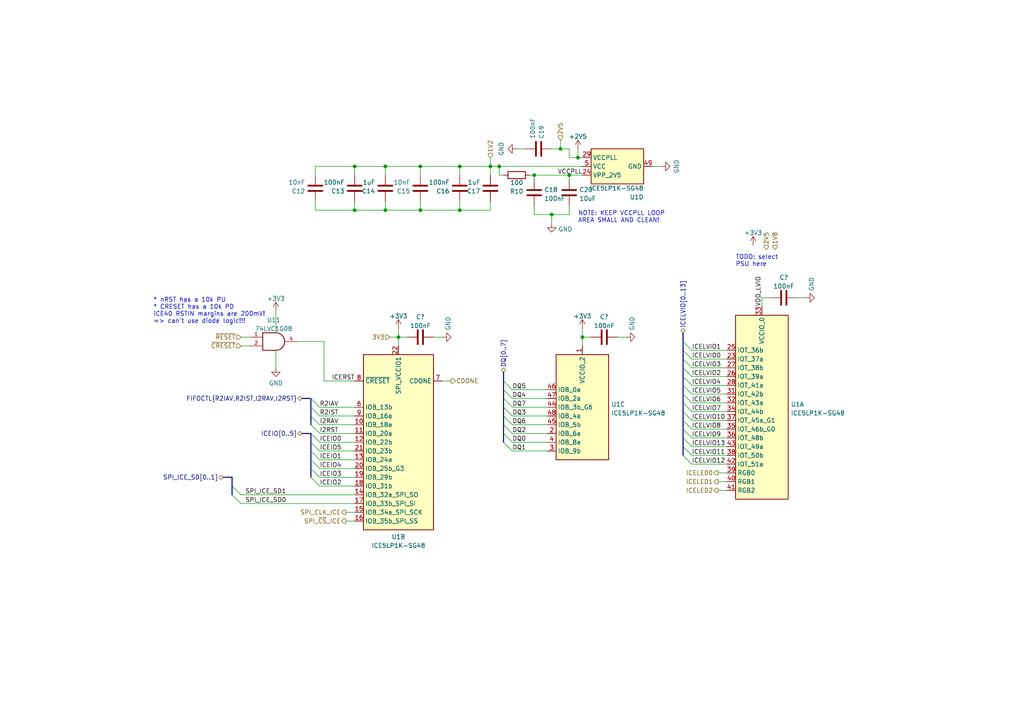
<source format=kicad_sch>
(kicad_sch (version 20211123) (generator eeschema)
  (paper "A4")
  (lib_symbols
    (symbol "74xGxx:74LVC1G08" (pin_names (offset 1.016))
      (property "Reference" "U" (at -2.54 3.81 0))
      (property "Value" "74LVC1G08" (at 0 -3.81 0))
      (symbol "74LVC1G08_0_1"
        (arc (start 0 -2.54) (mid 2.54 0) (end 0 2.54) (stroke (width 0.254)))
        (polyline (pts (xy 0 -2.54) (xy -3.81 -2.54) (xy -3.81 2.54) (xy 0 2.54)) (stroke (width 0.254)))
      )
      (symbol "74LVC1G08_1_1"
        (pin input line (at -7.62 1.27 0) (length 3.81) (name "~") (number "1"))
        (pin input line (at -7.62 -1.27 0) (length 3.81) (name "~") (number "2"))
        (pin power_in line (at 0 -2.54 270) (length 0) hide (name "GND") (number "3"))
        (pin output line (at 6.35 0 180) (length 3.81) (name "~") (number "4"))
        (pin power_in line (at 0 2.54 90) (length 0) hide (name "VCC") (number "5"))
      )
    )
    (symbol "Device:C" (pin_numbers hide) (pin_names (offset 0.254))
      (property "Reference" "C" (at 0.635 2.54 0))
      (property "Value" "C" (at 0.635 -2.54 0))
      (symbol "C_0_1"
        (polyline (pts (xy -2.032 -0.762) (xy 2.032 -0.762)) (stroke (width 0.508)))
        (polyline (pts (xy -2.032 0.762) (xy 2.032 0.762)) (stroke (width 0.508)))
      )
      (symbol "C_1_1"
        (pin passive line (at 0 3.81 270) (length 2.794) (name "~") (number "1"))
        (pin passive line (at 0 -3.81 90) (length 2.794) (name "~") (number "2"))
      )
    )
    (symbol "Device:R" (pin_numbers hide) (pin_names (offset 0))
      (property "Reference" "R" (at 2.032 0 90))
      (property "Value" "R" (at 0 0 90))
      (symbol "R_0_1"
        (rectangle (start -1.016 -2.54) (end 1.016 2.54) (stroke (width 0.254)))
      )
      (symbol "R_1_1"
        (pin passive line (at 0 3.81 270) (length 1.27) (name "~") (number "1"))
        (pin passive line (at 0 -3.81 90) (length 1.27) (name "~") (number "2"))
      )
    )
    (symbol "FPGA_Lattice:ICE5LP1K-SG48"
      (property "Reference" "U" (at -8.89 -29.21 0))
      (property "Value" "ICE5LP1K-SG48" (at 0 -31.75 0))
      (symbol "ICE5LP1K-SG48_1_1"
        (rectangle (start -7.62 25.4) (end 7.62 -27.94) (stroke (width 0.254)) (fill (type background)))
        (pin bidirectional line (at -10.16 12.7 0) (length 2.54) (name "IOT_37a") (number "23"))
        (pin bidirectional line (at -10.16 15.24 0) (length 2.54) (name "IOT_36b") (number "25"))
        (pin bidirectional line (at -10.16 7.62 0) (length 2.54) (name "IOT_39a") (number "26"))
        (pin bidirectional line (at -10.16 10.16 0) (length 2.54) (name "IOT_38b") (number "27"))
        (pin bidirectional line (at -10.16 5.08 0) (length 2.54) (name "IOT_41a") (number "28"))
        (pin bidirectional line (at -10.16 2.54 0) (length 2.54) (name "IOT_42b") (number "31"))
        (pin bidirectional line (at -10.16 0 0) (length 2.54) (name "IOT_43a") (number "32"))
        (pin power_in line (at 0 27.94 270) (length 2.54) (name "VCCIO_0") (number "33"))
        (pin bidirectional line (at -10.16 -2.54 0) (length 2.54) (name "IOT_44b") (number "34"))
        (pin bidirectional line (at -10.16 -7.62 0) (length 2.54) (name "IOT_46b_G0") (number "35"))
        (pin bidirectional line (at -10.16 -10.16 0) (length 2.54) (name "IOT_48b") (number "36"))
        (pin bidirectional line (at -10.16 -5.08 0) (length 2.54) (name "IOT_45a_G1") (number "37"))
        (pin bidirectional line (at -10.16 -15.24 0) (length 2.54) (name "IOT_50b") (number "38"))
        (pin open_collector line (at -10.16 -20.32 0) (length 2.54) (name "RGB0") (number "39"))
        (pin open_collector line (at -10.16 -22.86 0) (length 2.54) (name "RGB1") (number "40"))
        (pin open_collector line (at -10.16 -25.4 0) (length 2.54) (name "RGB2") (number "41"))
        (pin bidirectional line (at -10.16 -17.78 0) (length 2.54) (name "IOT_51a") (number "42"))
        (pin bidirectional line (at -10.16 -12.7 0) (length 2.54) (name "IOT_49a") (number "43"))
      )
      (symbol "ICE5LP1K-SG48_2_1"
        (rectangle (start -10.16 25.4) (end 10.16 -25.4) (stroke (width 0.254)) (fill (type background)))
        (pin bidirectional line (at -12.7 5.08 0) (length 2.54) (name "IOB_18a") (number "10"))
        (pin bidirectional line (at -12.7 2.54 0) (length 2.54) (name "IOB_20a") (number "11"))
        (pin bidirectional line (at -12.7 0 0) (length 2.54) (name "IOB_22b") (number "12"))
        (pin bidirectional line (at -12.7 -5.08 0) (length 2.54) (name "IOB_24a") (number "13"))
        (pin bidirectional line (at -12.7 -15.24 0) (length 2.54) (name "IOB_32a_SPI_SO") (number "14"))
        (pin bidirectional line (at -12.7 -20.32 0) (length 2.54) (name "IOB_34a_SPI_SCK") (number "15"))
        (pin bidirectional line (at -12.7 -22.86 0) (length 2.54) (name "IOB_35b_SPI_SS") (number "16"))
        (pin bidirectional line (at -12.7 -17.78 0) (length 2.54) (name "IOB_33b_SPI_SI") (number "17"))
        (pin bidirectional line (at -12.7 -12.7 0) (length 2.54) (name "IOB_31b") (number "18"))
        (pin bidirectional line (at -12.7 -10.16 0) (length 2.54) (name "IOB_29b") (number "19"))
        (pin bidirectional line (at -12.7 -7.62 0) (length 2.54) (name "IOB_25b_G3") (number "20"))
        (pin bidirectional line (at -12.7 -2.54 0) (length 2.54) (name "IOB_23b") (number "21"))
        (pin power_in line (at 0 27.94 270) (length 2.54) (name "SPI_VCCIO1") (number "22"))
        (pin bidirectional line (at -12.7 10.16 0) (length 2.54) (name "IOB_13b") (number "6"))
        (pin open_collector line (at 12.7 17.78 180) (length 2.54) (name "CDONE") (number "7"))
        (pin input line (at -12.7 17.78 0) (length 2.54) (name "~{CRESET}") (number "8"))
        (pin bidirectional line (at -12.7 7.62 0) (length 2.54) (name "IOB_16a") (number "9"))
      )
      (symbol "ICE5LP1K-SG48_3_1"
        (rectangle (start -7.62 15.24) (end 7.62 -15.24) (stroke (width 0.254)) (fill (type background)))
        (pin power_in line (at 0 17.78 270) (length 2.54) (name "VCCIO_2") (number "1"))
        (pin bidirectional line (at -10.16 -7.62 0) (length 2.54) (name "IOB_6a") (number "2"))
        (pin bidirectional line (at -10.16 -12.7 0) (length 2.54) (name "IOB_9b") (number "3"))
        (pin bidirectional line (at -10.16 -10.16 0) (length 2.54) (name "IOB_8a") (number "4"))
        (pin bidirectional line (at -10.16 0 0) (length 2.54) (name "IOB_3b_G6") (number "44"))
        (pin bidirectional line (at -10.16 -5.08 0) (length 2.54) (name "IOB_5b") (number "45"))
        (pin bidirectional line (at -10.16 5.08 0) (length 2.54) (name "IOB_0a") (number "46"))
        (pin bidirectional line (at -10.16 2.54 0) (length 2.54) (name "IOB_2a") (number "47"))
        (pin bidirectional line (at -10.16 -2.54 0) (length 2.54) (name "IOB_4a") (number "48"))
      )
      (symbol "ICE5LP1K-SG48_4_1"
        (rectangle (start -5.08 7.62) (end 5.08 -7.62) (stroke (width 0.254)) (fill (type background)))
        (pin power_in line (at -2.54 10.16 270) (length 2.54) (name "VPP_2V5") (number "24"))
        (pin power_out line (at 2.54 10.16 270) (length 2.54) (name "VCCPLL") (number "29"))
        (pin passive line (at 0 10.16 270) (length 2.54) hide (name "VCC") (number "30"))
        (pin power_in line (at 0 -10.16 90) (length 2.54) (name "GND") (number "49"))
        (pin power_in line (at 0 10.16 270) (length 2.54) (name "VCC") (number "5"))
      )
    )
    (symbol "power:+2V5" (power) (pin_names (offset 0))
      (property "Value" "+2V5" (at 0 3.556 0))
      (symbol "+2V5_0_1"
        (polyline (pts (xy -0.762 1.27) (xy 0 2.54)))
        (polyline (pts (xy 0 0) (xy 0 2.54)))
        (polyline (pts (xy 0 2.54) (xy 0.762 1.27)))
      )
      (symbol "+2V5_1_1"
        (pin power_in line (at 0 0 90) (length 0) hide (name "+2V5") (number "1"))
      )
    )
    (symbol "power:+3V3" (power) (pin_names (offset 0))
      (property "Value" "+3V3" (at 0 3.556 0))
      (symbol "+3V3_0_1"
        (polyline (pts (xy -0.762 1.27) (xy 0 2.54)))
        (polyline (pts (xy 0 0) (xy 0 2.54)))
        (polyline (pts (xy 0 2.54) (xy 0.762 1.27)))
      )
      (symbol "+3V3_1_1"
        (pin power_in line (at 0 0 90) (length 0) hide (name "+3V3") (number "1"))
      )
    )
    (symbol "power:GND" (power) (pin_names (offset 0))
      (property "Value" "GND" (at 0 -3.81 0))
      (symbol "GND_0_1"
        (polyline (pts (xy 0 0) (xy 0 -1.27) (xy 1.27 -1.27) (xy 0 -2.54) (xy -1.27 -1.27) (xy 0 -1.27)))
      )
      (symbol "GND_1_1"
        (pin power_in line (at 0 0 270) (length 0) hide (name "GND") (number "1"))
      )
    )
  )
  (junction (at 102.87 60.96))
  (junction (at 111.76 60.96))
  (junction (at 154.94 50.8))
  (junction (at 165.1 50.8))
  (junction (at 102.87 48.26))
  (junction (at 162.56 43.18))
  (junction (at 160.02 62.23))
  (junction (at 121.92 60.96))
  (junction (at 111.76 48.26))
  (junction (at 133.35 60.96))
  (junction (at 121.92 48.26))
  (junction (at 115.57 97.79))
  (junction (at 133.35 48.26))
  (junction (at 168.91 97.79))
  (junction (at 167.64 45.72))
  (junction (at 144.78 48.26))
  (junction (at 142.24 48.26))
  (bus_entry (at 200.66 101.6) (size -2.54 -2.54))
  (bus_entry (at 200.66 109.22) (size -2.54 -2.54))
  (bus_entry (at 92.71 123.19) (size -2.54 -2.54))
  (bus_entry (at 148.59 125.73) (size -2.54 -2.54))
  (bus_entry (at 92.71 130.81) (size -2.54 -2.54))
  (bus_entry (at 200.66 114.3) (size -2.54 -2.54))
  (bus_entry (at 92.71 118.11) (size -2.54 -2.54))
  (bus_entry (at 92.71 120.65) (size -2.54 -2.54))
  (bus_entry (at 92.71 135.89) (size -2.54 -2.54))
  (bus_entry (at 92.71 125.73) (size -2.54 -2.54))
  (bus_entry (at 200.66 104.14) (size -2.54 -2.54))
  (bus_entry (at 92.71 128.27) (size -2.54 -2.54))
  (bus_entry (at 148.59 113.03) (size -2.54 -2.54))
  (bus_entry (at 92.71 133.35) (size -2.54 -2.54))
  (bus_entry (at 200.66 111.76) (size -2.54 -2.54))
  (bus_entry (at 92.71 140.97) (size -2.54 -2.54))
  (bus_entry (at 67.31 140.97) (size 2.54 2.54))
  (bus_entry (at 67.31 143.51) (size 2.54 2.54))
  (bus_entry (at 92.71 138.43) (size -2.54 -2.54))
  (bus_entry (at 148.59 118.11) (size -2.54 -2.54))
  (bus_entry (at 148.59 130.81) (size -2.54 -2.54))
  (bus_entry (at 148.59 123.19) (size -2.54 -2.54))
  (bus_entry (at 148.59 115.57) (size -2.54 -2.54))
  (bus_entry (at 148.59 120.65) (size -2.54 -2.54))
  (bus_entry (at 200.66 106.68) (size -2.54 -2.54))
  (bus_entry (at 200.66 134.62) (size -2.54 -2.54))
  (bus_entry (at 200.66 116.84) (size -2.54 -2.54))
  (bus_entry (at 200.66 129.54) (size -2.54 -2.54))
  (bus_entry (at 200.66 132.08) (size -2.54 -2.54))
  (bus_entry (at 200.66 119.38) (size -2.54 -2.54))
  (bus_entry (at 200.66 121.92) (size -2.54 -2.54))
  (bus_entry (at 200.66 124.46) (size -2.54 -2.54))
  (bus_entry (at 200.66 127) (size -2.54 -2.54))
  (bus_entry (at 148.59 128.27) (size -2.54 -2.54))
  (wire (pts (xy 162.56 40.64) (xy 162.56 43.18)))
  (bus (pts (xy 198.12 129.54) (xy 198.12 127)))
  (wire (pts (xy 142.24 45.72) (xy 142.24 48.26)))
  (wire (pts (xy 210.82 121.92) (xy 200.66 121.92)))
  (wire (pts (xy 231.14 86.36) (xy 233.68 86.36)))
  (bus (pts (xy 87.63 125.73) (xy 90.17 125.73)))
  (wire (pts (xy 220.98 86.36) (xy 220.98 88.9)))
  (wire (pts (xy 179.07 97.79) (xy 181.61 97.79)))
  (wire (pts (xy 80.01 90.17) (xy 80.01 96.52)))
  (wire (pts (xy 102.87 128.27) (xy 92.71 128.27)))
  (wire (pts (xy 115.57 97.79) (xy 118.11 97.79)))
  (wire (pts (xy 168.91 97.79) (xy 168.91 100.33)))
  (wire (pts (xy 115.57 97.79) (xy 115.57 100.33)))
  (bus (pts (xy 198.12 109.22) (xy 198.12 106.68)))
  (wire (pts (xy 69.85 100.33) (xy 72.39 100.33)))
  (wire (pts (xy 168.91 48.26) (xy 144.78 48.26)))
  (wire (pts (xy 102.87 140.97) (xy 92.71 140.97)))
  (wire (pts (xy 158.75 115.57) (xy 148.59 115.57)))
  (wire (pts (xy 162.56 43.18) (xy 165.1 43.18)))
  (wire (pts (xy 146.05 50.8) (xy 144.78 50.8)))
  (wire (pts (xy 210.82 104.14) (xy 200.66 104.14)))
  (wire (pts (xy 158.75 125.73) (xy 148.59 125.73)))
  (wire (pts (xy 158.75 118.11) (xy 148.59 118.11)))
  (bus (pts (xy 90.17 118.11) (xy 90.17 120.65)))
  (bus (pts (xy 64.77 138.43) (xy 67.31 138.43)))
  (wire (pts (xy 102.87 135.89) (xy 92.71 135.89)))
  (bus (pts (xy 90.17 128.27) (xy 90.17 125.73)))
  (wire (pts (xy 210.82 124.46) (xy 200.66 124.46)))
  (wire (pts (xy 133.35 60.96) (xy 121.92 60.96)))
  (wire (pts (xy 158.75 113.03) (xy 148.59 113.03)))
  (wire (pts (xy 91.44 50.8) (xy 91.44 48.26)))
  (wire (pts (xy 102.87 60.96) (xy 102.87 58.42)))
  (wire (pts (xy 102.87 48.26) (xy 91.44 48.26)))
  (wire (pts (xy 142.24 50.8) (xy 142.24 48.26)))
  (bus (pts (xy 146.05 107.95) (xy 146.05 110.49)))
  (wire (pts (xy 111.76 50.8) (xy 111.76 48.26)))
  (wire (pts (xy 210.82 127) (xy 200.66 127)))
  (wire (pts (xy 128.27 110.49) (xy 130.81 110.49)))
  (bus (pts (xy 90.17 130.81) (xy 90.17 128.27)))
  (wire (pts (xy 158.75 130.81) (xy 148.59 130.81)))
  (wire (pts (xy 167.64 43.18) (xy 167.64 45.72)))
  (wire (pts (xy 102.87 60.96) (xy 91.44 60.96)))
  (bus (pts (xy 198.12 124.46) (xy 198.12 121.92)))
  (wire (pts (xy 208.28 139.7) (xy 210.82 139.7)))
  (bus (pts (xy 146.05 115.57) (xy 146.05 113.03)))
  (wire (pts (xy 111.76 60.96) (xy 102.87 60.96)))
  (bus (pts (xy 67.31 138.43) (xy 67.31 140.97)))
  (wire (pts (xy 121.92 60.96) (xy 111.76 60.96)))
  (bus (pts (xy 146.05 128.27) (xy 146.05 125.73)))
  (wire (pts (xy 102.87 125.73) (xy 92.71 125.73)))
  (wire (pts (xy 208.28 137.16) (xy 210.82 137.16)))
  (bus (pts (xy 198.12 116.84) (xy 198.12 114.3)))
  (bus (pts (xy 67.31 143.51) (xy 67.31 140.97)))
  (wire (pts (xy 93.98 99.06) (xy 93.98 110.49)))
  (wire (pts (xy 168.91 95.25) (xy 168.91 97.79)))
  (wire (pts (xy 100.33 151.13) (xy 102.87 151.13)))
  (bus (pts (xy 87.63 115.57) (xy 90.17 115.57)))
  (wire (pts (xy 152.4 43.18) (xy 149.86 43.18)))
  (wire (pts (xy 189.23 48.26) (xy 191.77 48.26)))
  (bus (pts (xy 90.17 130.81) (xy 90.17 133.35)))
  (wire (pts (xy 142.24 60.96) (xy 133.35 60.96)))
  (wire (pts (xy 102.87 118.11) (xy 92.71 118.11)))
  (bus (pts (xy 198.12 127) (xy 198.12 124.46)))
  (wire (pts (xy 121.92 48.26) (xy 133.35 48.26)))
  (wire (pts (xy 133.35 50.8) (xy 133.35 48.26)))
  (wire (pts (xy 133.35 48.26) (xy 142.24 48.26)))
  (bus (pts (xy 90.17 138.43) (xy 90.17 135.89)))
  (wire (pts (xy 210.82 132.08) (xy 200.66 132.08)))
  (wire (pts (xy 158.75 123.19) (xy 148.59 123.19)))
  (wire (pts (xy 165.1 62.23) (xy 160.02 62.23)))
  (wire (pts (xy 86.36 99.06) (xy 93.98 99.06)))
  (wire (pts (xy 154.94 52.07) (xy 154.94 50.8)))
  (bus (pts (xy 198.12 119.38) (xy 198.12 116.84)))
  (bus (pts (xy 198.12 104.14) (xy 198.12 101.6)))
  (wire (pts (xy 210.82 134.62) (xy 200.66 134.62)))
  (bus (pts (xy 146.05 120.65) (xy 146.05 118.11)))
  (wire (pts (xy 165.1 52.07) (xy 165.1 50.8)))
  (wire (pts (xy 121.92 48.26) (xy 111.76 48.26)))
  (bus (pts (xy 90.17 118.11) (xy 90.17 115.57)))
  (bus (pts (xy 90.17 123.19) (xy 90.17 120.65)))
  (bus (pts (xy 198.12 121.92) (xy 198.12 119.38)))
  (wire (pts (xy 69.85 146.05) (xy 102.87 146.05)))
  (wire (pts (xy 210.82 109.22) (xy 200.66 109.22)))
  (wire (pts (xy 121.92 60.96) (xy 121.92 58.42)))
  (wire (pts (xy 133.35 60.96) (xy 133.35 58.42)))
  (wire (pts (xy 210.82 129.54) (xy 200.66 129.54)))
  (wire (pts (xy 113.03 97.79) (xy 115.57 97.79)))
  (wire (pts (xy 111.76 48.26) (xy 102.87 48.26)))
  (wire (pts (xy 210.82 111.76) (xy 200.66 111.76)))
  (wire (pts (xy 142.24 58.42) (xy 142.24 60.96)))
  (wire (pts (xy 210.82 116.84) (xy 200.66 116.84)))
  (wire (pts (xy 102.87 120.65) (xy 92.71 120.65)))
  (bus (pts (xy 146.05 125.73) (xy 146.05 123.19)))
  (wire (pts (xy 165.1 59.69) (xy 165.1 62.23)))
  (wire (pts (xy 208.28 142.24) (xy 210.82 142.24)))
  (wire (pts (xy 100.33 148.59) (xy 102.87 148.59)))
  (wire (pts (xy 102.87 138.43) (xy 92.71 138.43)))
  (wire (pts (xy 93.98 110.49) (xy 102.87 110.49)))
  (wire (pts (xy 165.1 43.18) (xy 165.1 45.72)))
  (wire (pts (xy 102.87 123.19) (xy 92.71 123.19)))
  (wire (pts (xy 80.01 101.6) (xy 80.01 106.68)))
  (wire (pts (xy 125.73 97.79) (xy 128.27 97.79)))
  (wire (pts (xy 210.82 106.68) (xy 200.66 106.68)))
  (bus (pts (xy 146.05 118.11) (xy 146.05 115.57)))
  (wire (pts (xy 121.92 50.8) (xy 121.92 48.26)))
  (wire (pts (xy 168.91 50.8) (xy 165.1 50.8)))
  (wire (pts (xy 154.94 62.23) (xy 154.94 59.69)))
  (wire (pts (xy 168.91 45.72) (xy 167.64 45.72)))
  (wire (pts (xy 220.98 86.36) (xy 223.52 86.36)))
  (wire (pts (xy 210.82 114.3) (xy 200.66 114.3)))
  (wire (pts (xy 69.85 97.79) (xy 72.39 97.79)))
  (wire (pts (xy 165.1 50.8) (xy 154.94 50.8)))
  (wire (pts (xy 160.02 62.23) (xy 160.02 64.77)))
  (wire (pts (xy 168.91 97.79) (xy 171.45 97.79)))
  (wire (pts (xy 102.87 133.35) (xy 92.71 133.35)))
  (wire (pts (xy 158.75 120.65) (xy 148.59 120.65)))
  (bus (pts (xy 198.12 132.08) (xy 198.12 129.54)))
  (bus (pts (xy 198.12 111.76) (xy 198.12 109.22)))
  (wire (pts (xy 102.87 130.81) (xy 92.71 130.81)))
  (wire (pts (xy 210.82 101.6) (xy 200.66 101.6)))
  (bus (pts (xy 146.05 123.19) (xy 146.05 120.65)))
  (wire (pts (xy 154.94 50.8) (xy 153.67 50.8)))
  (bus (pts (xy 198.12 114.3) (xy 198.12 111.76)))
  (wire (pts (xy 210.82 119.38) (xy 200.66 119.38)))
  (bus (pts (xy 146.05 113.03) (xy 146.05 110.49)))
  (bus (pts (xy 198.12 101.6) (xy 198.12 99.06)))
  (bus (pts (xy 198.12 96.52) (xy 198.12 99.06)))
  (wire (pts (xy 69.85 143.51) (xy 102.87 143.51)))
  (wire (pts (xy 160.02 43.18) (xy 162.56 43.18)))
  (wire (pts (xy 158.75 128.27) (xy 148.59 128.27)))
  (bus (pts (xy 198.12 106.68) (xy 198.12 104.14)))
  (wire (pts (xy 167.64 45.72) (xy 165.1 45.72)))
  (wire (pts (xy 142.24 48.26) (xy 144.78 48.26)))
  (wire (pts (xy 115.57 97.79) (xy 115.57 95.25)))
  (wire (pts (xy 91.44 60.96) (xy 91.44 58.42)))
  (wire (pts (xy 144.78 50.8) (xy 144.78 48.26)))
  (wire (pts (xy 111.76 60.96) (xy 111.76 58.42)))
  (bus (pts (xy 90.17 133.35) (xy 90.17 135.89)))
  (wire (pts (xy 102.87 50.8) (xy 102.87 48.26)))
  (wire (pts (xy 160.02 62.23) (xy 154.94 62.23)))
  (text "* nRST has a 10k PU\n* CRESET has a 10k PD\niCE40 RSTIN margins are 200mV!\n=> can't use diode logic!!!" (at 44.45 93.98 0) (effects (font (size 1.27 1.27)) (justify left bottom)))
  (text "TODO: select\nPSU here" (at 213.36 77.47 0) (effects (font (size 1.27 1.27)) (justify left bottom)))
  (text "NOTE: KEEP VCCPLL LOOP\nAREA SMALL AND CLEAN!" (at 167.64 64.77 0) (effects (font (size 1.27 1.27)) (justify left bottom)))
  (label "ICEIO0" (at 92.71 128.27 0))
  (label "R2IST" (at 92.71 120.65 0))
  (label "DQ5" (at 148.59 113.03 0))
  (label "ICERST" (at 102.87 110.49 180))
  (label "DQ6" (at 148.59 123.19 0))
  (label "DQ2" (at 148.59 125.73 0))
  (label "ICELVIO6" (at 200.66 116.84 0))
  (label "VDD_LVIO" (at 220.98 88.9 90))
  (label "ICEIO5" (at 92.71 130.81 0))
  (label "I2RST" (at 92.71 125.73 0))
  (label "SPI_ICE_SD0" (at 71.12 146.05 0))
  (label "DQ0" (at 148.59 128.27 0))
  (label "ICELVIO4" (at 200.66 111.76 0))
  (label "ICELVIO11" (at 200.66 132.08 0))
  (label "I2RAV" (at 92.71 123.19 0))
  (label "DQ1" (at 148.59 130.81 0))
  (label "ICELVIO1" (at 200.66 101.6 0))
  (label "ICELVIO5" (at 200.66 114.3 0))
  (label "ICELVIO13" (at 200.66 129.54 0))
  (label "ICELVIO3" (at 200.66 106.68 0))
  (label "ICELVIO10" (at 200.66 121.92 0))
  (label "ICELVIO7" (at 200.66 119.38 0))
  (label "SPI_ICE_SD1" (at 71.12 143.51 0))
  (label "DQ4" (at 148.59 115.57 0))
  (label "VCCPLL" (at 168.91 50.8 180))
  (label "ICEIO2" (at 92.71 140.97 0))
  (label "ICEIO4" (at 92.71 135.89 0))
  (label "DQ3" (at 148.59 120.65 0))
  (label "DQ7" (at 148.59 118.11 0))
  (label "ICELVIO12" (at 200.66 134.62 0))
  (label "ICELVIO0" (at 200.66 104.14 0))
  (label "R2IAV" (at 92.71 118.11 0))
  (label "ICELVIO9" (at 200.66 127 0))
  (label "ICELVIO8" (at 200.66 124.46 0))
  (label "ICEIO1" (at 92.71 133.35 0))
  (label "ICELVIO2" (at 200.66 109.22 0))
  (label "ICEIO3" (at 92.71 138.43 0))
  (hierarchical_label "1V2" (shape input) (at 142.24 45.72 90))
  (hierarchical_label "ICEIO[0..5]" (shape bidirectional) (at 87.63 125.73 180))
  (hierarchical_label "CDONE" (shape output) (at 130.81 110.49 0))
  (hierarchical_label "DQ[0..7]" (shape bidirectional) (at 146.05 107.95 90))
  (hierarchical_label "ICELED2" (shape output) (at 208.28 142.24 180))
  (hierarchical_label "ICELED0" (shape output) (at 208.28 137.16 180))
  (hierarchical_label "~{CRESET}" (shape input) (at 69.85 100.33 180))
  (hierarchical_label "~{RESET}" (shape input) (at 69.85 97.79 180))
  (hierarchical_label "ICELVIO[0..13]" (shape bidirectional) (at 198.12 96.52 90))
  (hierarchical_label "1V8" (shape input) (at 224.79 72.39 90))
  (hierarchical_label "2V5" (shape input) (at 162.56 40.64 90))
  (hierarchical_label "SPI_CLK_ICE" (shape output) (at 100.33 148.59 180))
  (hierarchical_label "ICELED1" (shape output) (at 208.28 139.7 180))
  (hierarchical_label "2V5" (shape input) (at 222.25 72.39 90))
  (hierarchical_label "FIFOCTL{R2IAV,R2IST,I2RAV,I2RST}" (shape bidirectional) (at 87.63 115.57 180))
  (hierarchical_label "SPI_ICE_SD[0..1]" (shape bidirectional) (at 64.77 138.43 180))
  (hierarchical_label "SPI_~{CS}_ICE" (shape output) (at 100.33 151.13 180))
  (hierarchical_label "3V3" (shape input) (at 113.03 97.79 180))
  (symbol (lib_id "74xGxx:74LVC1G08") (at 80.01 99.06 0) (unit 1)
    (property "Reference" "U11" (at 79.375 92.8202 0))
    (property "Value" "74LVC1G08" (at 79.375 95.3571 0))
    (property "Footprint" "Package_TO_SOT_SMD:SOT-353_SC-70-5" (effects hide))
    (property "Datasheet" "http://www.ti.com/lit/sg/scyt129e/scyt129e.pdf" (effects hide))
  )
  (symbol (lib_id "power:GND") (at 191.77 48.26 90) (unit 1)
    (property "Reference" "#PWR037" (effects hide))
    (property "Value" "GND" (at 196.2134 48.26 0))
  )
  (symbol (lib_id "Device:C") (at 121.92 97.79 90) (unit 1)
    (property "Reference" "C?" (at 121.92 91.9312 90))
    (property "Value" "100nF" (at 121.92 94.4681 90))
  )
  (symbol (lib_id "Device:C") (at 156.21 43.18 270) (mirror x) (unit 1)
    (property "Reference" "C19" (at 157.0447 40.259 0) (effects (justify left)))
    (property "Value" "100nF" (at 154.5078 40.259 0) (effects (justify left)))
  )
  (symbol (lib_id "FPGA_Lattice:ICE5LP1K-SG48") (at 115.57 128.27 0) (unit 2)
    (property "Reference" "U1" (at 115.57 155.7004 0))
    (property "Value" "ICE5LP1K-SG48" (at 115.57 158.2373 0))
    (property "Footprint" "Package_DFN_QFN:QFN-48-1EP_7x7mm_P0.5mm_EP5.6x5.6mm" (effects hide))
    (property "Datasheet" "http://www.latticesemi.com/Products/FPGAandCPLD/iCE40Ultra" (effects hide))
  )
  (symbol (lib_id "Device:C") (at 175.26 97.79 90) (unit 1)
    (property "Reference" "C?" (at 175.26 91.9312 90))
    (property "Value" "100nF" (at 175.26 94.4681 90))
  )
  (symbol (lib_id "power:+3V3") (at 115.57 95.25 0) (unit 1)
    (property "Reference" "#PWR032" (effects hide))
    (property "Value" "+3V3" (at 115.57 91.6742 0))
  )
  (symbol (lib_id "Device:C") (at 91.44 54.61 180) (unit 1)
    (property "Reference" "C12" (at 88.519 55.4447 0) (effects (justify left)))
    (property "Value" "10nF" (at 88.519 52.9078 0) (effects (justify left)))
  )
  (symbol (lib_id "FPGA_Lattice:ICE5LP1K-SG48") (at 179.07 48.26 90) (unit 4)
    (property "Reference" "U1" (at 186.69 57.1469 90) (effects (justify left)))
    (property "Value" "ICE5LP1K-SG48" (at 186.69 54.61 90) (effects (justify left)))
    (property "Footprint" "Package_DFN_QFN:QFN-48-1EP_7x7mm_P0.5mm_EP5.6x5.6mm" (effects hide))
    (property "Datasheet" "http://www.latticesemi.com/Products/FPGAandCPLD/iCE40Ultra" (effects hide))
  )
  (symbol (lib_id "power:+3V3") (at 80.01 90.17 0) (unit 1)
    (property "Reference" "#PWR030" (effects hide))
    (property "Value" "+3V3" (at 80.01 86.5942 0))
  )
  (symbol (lib_id "Device:C") (at 102.87 54.61 180) (unit 1)
    (property "Reference" "C13" (at 99.949 55.4447 0) (effects (justify left)))
    (property "Value" "100nF" (at 99.949 52.9078 0) (effects (justify left)))
  )
  (symbol (lib_id "Device:C") (at 154.94 55.88 0) (unit 1)
    (property "Reference" "C18" (at 157.861 55.0453 0) (effects (justify left)))
    (property "Value" "100nF" (at 157.861 57.5822 0) (effects (justify left)))
  )
  (symbol (lib_id "power:GND") (at 160.02 64.77 0) (mirror y) (unit 1)
    (property "Reference" "#PWR034" (effects hide))
    (property "Value" "GND" (at 161.925 66.4738 0) (effects (justify right)))
  )
  (symbol (lib_id "Device:C") (at 142.24 54.61 180) (unit 1)
    (property "Reference" "C17" (at 139.319 55.4447 0) (effects (justify left)))
    (property "Value" "1uF" (at 139.319 52.9078 0) (effects (justify left)))
  )
  (symbol (lib_id "FPGA_Lattice:ICE5LP1K-SG48") (at 220.98 116.84 0) (unit 1)
    (property "Reference" "U1" (at 229.362 117.2753 0) (effects (justify left)))
    (property "Value" "ICE5LP1K-SG48" (at 229.362 119.8122 0) (effects (justify left)))
    (property "Footprint" "Package_DFN_QFN:QFN-48-1EP_7x7mm_P0.5mm_EP5.6x5.6mm" (effects hide))
    (property "Datasheet" "http://www.latticesemi.com/Products/FPGAandCPLD/iCE40Ultra" (effects hide))
  )
  (symbol (lib_id "power:GND") (at 149.86 43.18 270) (mirror x) (unit 1)
    (property "Reference" "#PWR033" (effects hide))
    (property "Value" "GND" (at 145.4166 43.18 0))
  )
  (symbol (lib_id "power:GND") (at 233.68 86.36 90) (mirror x) (unit 1)
    (property "Reference" "#PWR?" (effects hide))
    (property "Value" "GND" (at 235.3838 84.455 0) (effects (justify right)))
  )
  (symbol (lib_id "Device:C") (at 133.35 54.61 180) (unit 1)
    (property "Reference" "C16" (at 130.429 55.4447 0) (effects (justify left)))
    (property "Value" "100nF" (at 130.429 52.9078 0) (effects (justify left)))
  )
  (symbol (lib_id "power:GND") (at 80.01 106.68 0) (unit 1)
    (property "Reference" "#PWR031" (effects hide))
    (property "Value" "GND" (at 80.01 111.1234 0))
  )
  (symbol (lib_id "Device:R") (at 149.86 50.8 270) (unit 1)
    (property "Reference" "R10" (at 149.86 55.5158 90))
    (property "Value" "100" (at 149.86 52.9789 90))
  )
  (symbol (lib_id "power:GND") (at 128.27 97.79 90) (mirror x) (unit 1)
    (property "Reference" "#PWR?" (effects hide))
    (property "Value" "GND" (at 129.9738 95.885 0) (effects (justify right)))
  )
  (symbol (lib_id "power:GND") (at 181.61 97.79 90) (mirror x) (unit 1)
    (property "Reference" "#PWR?" (effects hide))
    (property "Value" "GND" (at 183.3138 95.885 0) (effects (justify right)))
  )
  (symbol (lib_id "Device:C") (at 121.92 54.61 180) (unit 1)
    (property "Reference" "C15" (at 118.999 55.4447 0) (effects (justify left)))
    (property "Value" "10nF" (at 118.999 52.9078 0) (effects (justify left)))
  )
  (symbol (lib_id "power:+2V5") (at 167.64 43.18 0) (mirror y) (unit 1)
    (property "Reference" "#PWR035" (effects hide))
    (property "Value" "+2V5" (at 167.64 39.6042 0))
  )
  (symbol (lib_id "power:+3V3") (at 218.44 71.12 0) (unit 1)
    (property "Reference" "#PWR038" (effects hide))
    (property "Value" "+3V3" (at 218.44 67.5442 0))
  )
  (symbol (lib_id "FPGA_Lattice:ICE5LP1K-SG48") (at 168.91 118.11 0) (unit 3)
    (property "Reference" "U1" (at 177.292 117.2753 0) (effects (justify left)))
    (property "Value" "ICE5LP1K-SG48" (at 177.292 119.8122 0) (effects (justify left)))
    (property "Footprint" "Package_DFN_QFN:QFN-48-1EP_7x7mm_P0.5mm_EP5.6x5.6mm" (effects hide))
    (property "Datasheet" "http://www.latticesemi.com/Products/FPGAandCPLD/iCE40Ultra" (effects hide))
  )
  (symbol (lib_id "Device:C") (at 227.33 86.36 90) (unit 1)
    (property "Reference" "C?" (at 227.33 80.5012 90))
    (property "Value" "100nF" (at 227.33 83.0381 90))
  )
  (symbol (lib_id "Device:C") (at 111.76 54.61 180) (unit 1)
    (property "Reference" "C14" (at 108.839 55.4447 0) (effects (justify left)))
    (property "Value" "1uF" (at 108.839 52.9078 0) (effects (justify left)))
  )
  (symbol (lib_id "Device:C") (at 165.1 55.88 0) (unit 1)
    (property "Reference" "C20" (at 168.021 55.0453 0) (effects (justify left)))
    (property "Value" "10uF" (at 168.021 57.5822 0) (effects (justify left)))
  )
  (symbol (lib_id "power:+3V3") (at 168.91 95.25 0) (unit 1)
    (property "Reference" "#PWR036" (effects hide))
    (property "Value" "+3V3" (at 168.91 91.6742 0))
  )
)
</source>
